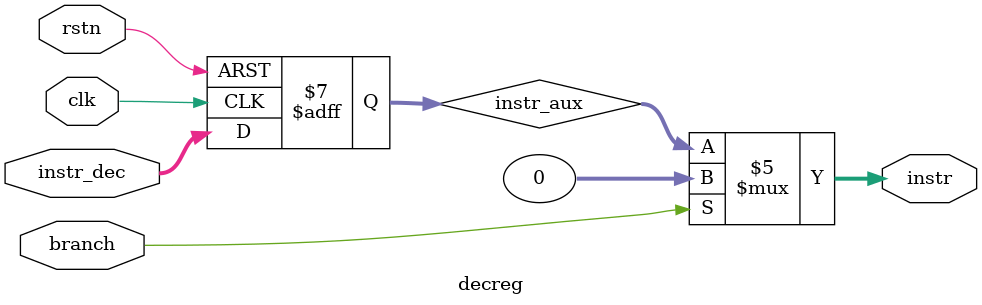
<source format=sv>
module decreg #(
	parameter WORD_WIDTH = 32
	)(
  input logic [WORD_WIDTH-1:0] instr_dec,
	input logic clk,
	input logic rstn,
    input logic branch,
  output logic [WORD_WIDTH-1:0] instr
	);

  logic [WORD_WIDTH-1:0] instr_aux;
  
	always @(posedge clk or negedge rstn)
	begin
      if(~rstn) instr_aux<='b0;
      else if(clk) instr_aux<=instr_dec;
	end 
  
    always_comb 
      begin
        if(branch)
          instr = 'b0;  
        else  
          instr = instr_aux;
      end

endmodule // pc
</source>
